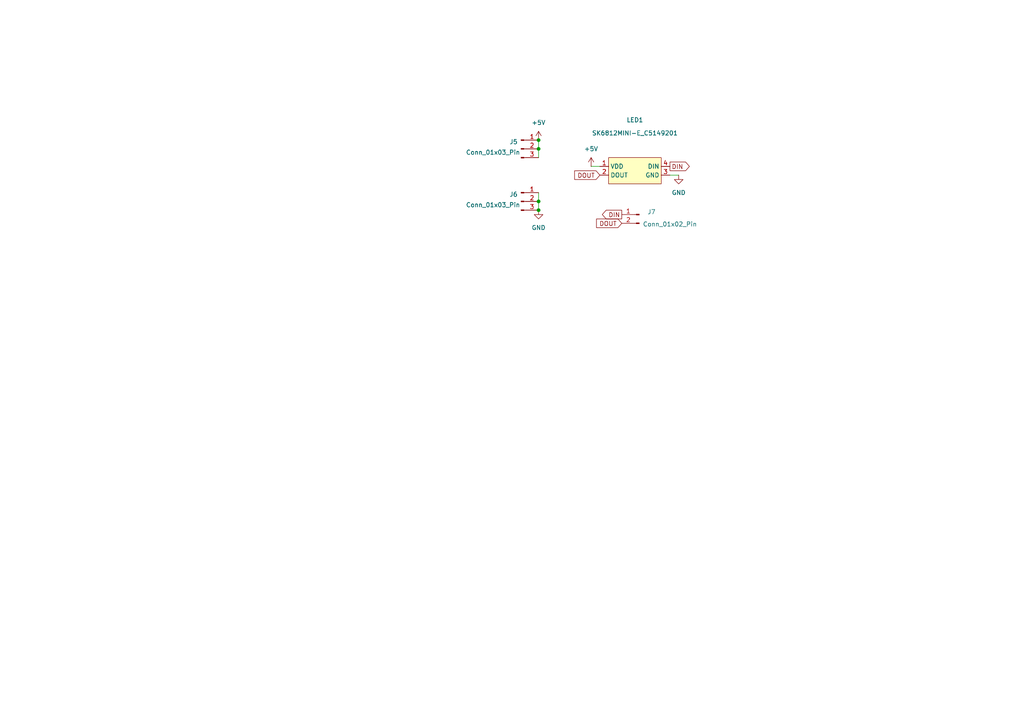
<source format=kicad_sch>
(kicad_sch (version 20250114) (generator "eeschema") (generator_version "9.0")
  (paper "A4")
  (lib_symbols
    (symbol "Connector:Conn_01x02_Pin" (pin_names (offset 1.016) (hide yes))
      (property "Reference" "J" (at 0 2.54 0))
      (property "Value" "Conn_01x02_Pin" (at 0 -5.08 0))
      (symbol "Conn_01x02_Pin_1_1"
        (rectangle (start 0.8636 0.127) (end 0 -0.127) (stroke (width 0.1524)) (fill (type outline)))
        (rectangle (start 0.8636 -2.413) (end 0 -2.667) (stroke (width 0.1524)) (fill (type outline)))
        (polyline (pts (xy 1.27 0) (xy 0.8636 0)) (stroke (width 0.1524)))
        (polyline (pts (xy 1.27 -2.54) (xy 0.8636 -2.54)) (stroke (width 0.1524)))
        (pin passive line (at 5.08 0 180) (length 3.81) (name "Pin_1") (number "1"))
        (pin passive line (at 5.08 -2.54 180) (length 3.81) (name "Pin_2") (number "2"))
      )
    )
    (symbol "Connector:Conn_01x03_Pin" (pin_names (offset 1.016) (hide yes))
      (property "Reference" "J" (at 0 5.08 0))
      (property "Value" "Conn_01x03_Pin" (at 0 -5.08 0))
      (symbol "Conn_01x03_Pin_1_1"
        (rectangle (start 0.8636 2.667) (end 0 2.413) (stroke (width 0.1524)) (fill (type outline)))
        (rectangle (start 0.8636 0.127) (end 0 -0.127) (stroke (width 0.1524)) (fill (type outline)))
        (rectangle (start 0.8636 -2.413) (end 0 -2.667) (stroke (width 0.1524)) (fill (type outline)))
        (polyline (pts (xy 1.27 2.54) (xy 0.8636 2.54)) (stroke (width 0.1524)))
        (polyline (pts (xy 1.27 0) (xy 0.8636 0)) (stroke (width 0.1524)))
        (polyline (pts (xy 1.27 -2.54) (xy 0.8636 -2.54)) (stroke (width 0.1524)))
        (pin passive line (at 5.08 2.54 180) (length 3.81) (name "Pin_1") (number "1"))
        (pin passive line (at 5.08 0 180) (length 3.81) (name "Pin_2") (number "2"))
        (pin passive line (at 5.08 -2.54 180) (length 3.81) (name "Pin_3") (number "3"))
      )
    )
    (symbol "EasyEDA:SK6812MINI-E_C5149201"
      (property "Reference" "LED" (at 0 6.35 0))
      (property "Value" "SK6812MINI-E_C5149201" (at 0 -6.35 0))
      (symbol "SK6812MINI-E_C5149201_0_1"
        (rectangle (start -7.62 3.81) (end 7.62 -3.81) (fill (type background)))
        (pin unspecified line (at -10.16 1.27 0) (length 2.54) (name "VDD") (number "1"))
        (pin unspecified line (at -10.16 -1.27 0) (length 2.54) (name "DOUT") (number "2"))
        (pin unspecified line (at 10.16 1.27 180) (length 2.54) (name "DIN") (number "4"))
        (pin unspecified line (at 10.16 -1.27 180) (length 2.54) (name "GND") (number "3"))
      )
    )
    (symbol "power:+5V" (power) (pin_numbers (hide yes)) (pin_names (offset 0) (hide yes))
      (property "Value" "+5V" (at 0 3.556 0))
      (symbol "+5V_0_1"
        (polyline (pts (xy -0.762 1.27) (xy 0 2.54)))
        (polyline (pts (xy 0 2.54) (xy 0.762 1.27)))
        (polyline (pts (xy 0 0) (xy 0 2.54)))
      )
      (symbol "+5V_1_1"
        (pin power_in line (at 0 0 90) (length 0) (name "~") (number "1"))
      )
    )
    (symbol "power:GND" (power) (pin_numbers (hide yes)) (pin_names (offset 0) (hide yes))
      (property "Value" "GND" (at 0 -3.81 0))
      (symbol "GND_0_1"
        (polyline (pts (xy 0 0) (xy 0 -1.27) (xy 1.27 -1.27) (xy 0 -2.54) (xy -1.27 -1.27) (xy 0 -1.27)))
      )
      (symbol "GND_1_1"
        (pin power_in line (at 0 0 270) (length 0) (name "~") (number "1"))
      )
    )
  )
  (junction (at 156.21 60.96))
  (junction (at 156.21 40.64))
  (junction (at 156.21 58.42))
  (junction (at 156.21 43.18))
  (wire (pts (xy 156.21 43.18) (xy 156.21 45.72)))
  (wire (pts (xy 156.21 55.88) (xy 156.21 58.42)))
  (wire (pts (xy 196.85 50.8) (xy 194.31 50.8)))
  (wire (pts (xy 156.21 40.64) (xy 156.21 43.18)))
  (wire (pts (xy 156.21 58.42) (xy 156.21 60.96)))
  (wire (pts (xy 171.45 48.26) (xy 173.99 48.26)))
  (global_label "DIN" (shape output) (at 180.34 62.23 180) (property "Intersheetrefs" "${INTERSHEET_REFS}" (effects (hide yes))))
  (global_label "DOUT" (shape input) (at 180.34 64.77 180) (property "Intersheetrefs" "${INTERSHEET_REFS}" (effects (hide yes))))
  (global_label "DOUT" (shape input) (at 173.99 50.8 180) (property "Intersheetrefs" "${INTERSHEET_REFS}" (effects (hide yes))))
  (global_label "DIN" (shape output) (at 194.31 48.26 0) (property "Intersheetrefs" "${INTERSHEET_REFS}" (effects (hide yes))))
  (symbol (lib_id "Connector:Conn_01x02_Pin") (at 185.42 62.23 0) (mirror y) (unit 1)
    (property "Reference" "J7" (at 188.976 61.468 0))
    (property "Value" "Conn_01x02_Pin" (at 194.31 65.024 0))
    (property "Footprint" "Connector_PinHeader_2.54mm:PinHeader_1x02_P2.54mm_Vertical" (effects (hide yes)))
    (property "Description" "Generic connector, single row, 01x02, script generated" (effects (hide yes)))
  )
  (symbol (lib_id "power:+5V") (at 171.45 48.26 0) (unit 1)
    (property "Reference" "#PWR041" (effects (hide yes)))
    (property "Value" "+5V" (at 171.45 43.18 0))
    (property "Description" "Power symbol creates a global label with name \"+5V\"" (effects (hide yes)))
  )
  (symbol (lib_id "Connector:Conn_01x03_Pin") (at 151.13 43.18 0) (unit 1)
    (property "Reference" "J5" (at 148.971 41.148 0))
    (property "Value" "Conn_01x03_Pin" (at 143.002 44.196 0))
    (property "Footprint" "Connector_PinHeader_2.54mm:PinHeader_1x03_P2.54mm_Vertical" (effects (hide yes)))
    (property "Description" "Generic connector, single row, 01x03, script generated" (effects (hide yes)))
  )
  (symbol (lib_id "Connector:Conn_01x03_Pin") (at 151.13 58.42 0) (unit 1)
    (property "Reference" "J6" (at 148.971 56.388 0))
    (property "Value" "Conn_01x03_Pin" (at 143.002 59.436 0))
    (property "Footprint" "Connector_PinHeader_2.54mm:PinHeader_1x03_P2.54mm_Vertical" (effects (hide yes)))
    (property "Description" "Generic connector, single row, 01x03, script generated" (effects (hide yes)))
  )
  (symbol (lib_id "EasyEDA:SK6812MINI-E_C5149201") (at 184.15 49.53 0) (unit 1)
    (property "Reference" "LED1" (at 184.15 34.798 0))
    (property "Value" "SK6812MINI-E_C5149201" (at 184.15 38.608 0))
    (property "Footprint" "easyeda2kicad:LED-SMD_L3.2-W2.8-LS5.9_SK6812MINI-E" (effects (hide yes)))
    (property "LCSC Part" "C5149201" (effects (hide yes)))
  )
  (symbol (lib_id "power:GND") (at 196.85 50.8 0) (unit 1)
    (property "Reference" "#PWR042" (effects (hide yes)))
    (property "Value" "GND" (at 196.85 55.88 0))
    (property "Description" "Power symbol creates a global label with name \"GND\" , ground" (effects (hide yes)))
  )
  (symbol (lib_id "power:+5V") (at 156.21 40.64 0) (unit 1)
    (property "Reference" "#PWR040" (effects (hide yes)))
    (property "Value" "+5V" (at 156.21 35.56 0))
    (property "Description" "Power symbol creates a global label with name \"+5V\"" (effects (hide yes)))
  )
  (symbol (lib_id "power:GND") (at 156.21 60.96 0) (unit 1)
    (property "Reference" "#PWR043" (effects (hide yes)))
    (property "Value" "GND" (at 156.21 66.04 0))
    (property "Description" "Power symbol creates a global label with name \"GND\" , ground" (effects (hide yes)))
  )
)
</source>
